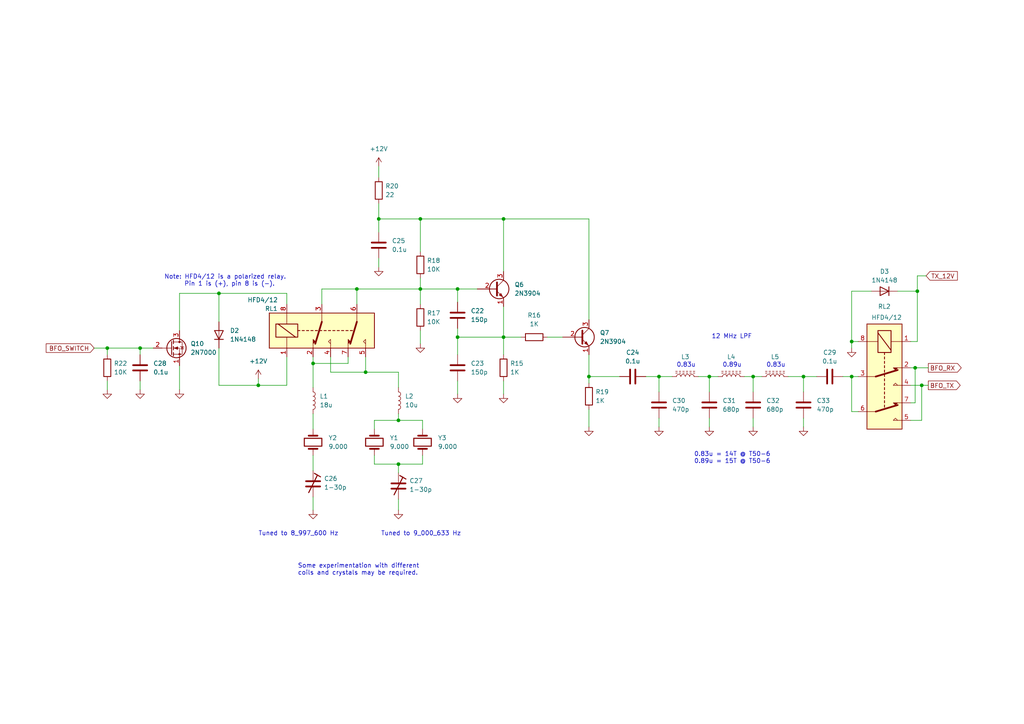
<source format=kicad_sch>
(kicad_sch (version 20230121) (generator eeschema)
  (paper "A4")
  (lib_symbols
    (symbol "Device:C" (pin_numbers hide) (pin_names (offset 0.254))
      (property "Reference" "C" (at 0.635 2.54 0))
      (property "Value" "C" (at 0.635 -2.54 0))
      (symbol "C_0_1"
        (polyline (pts (xy -2.032 -0.762) (xy 2.032 -0.762)) (stroke (width 0.508)))
        (polyline (pts (xy -2.032 0.762) (xy 2.032 0.762)) (stroke (width 0.508)))
      )
      (symbol "C_1_1"
        (pin passive line (at 0 3.81 270) (length 2.794) (name "~") (number "1"))
        (pin passive line (at 0 -3.81 90) (length 2.794) (name "~") (number "2"))
      )
    )
    (symbol "Device:C_Trim" (pin_numbers hide) (pin_names (offset 0.254) hide)
      (property "Reference" "C" (at 1.524 -2.032 0))
      (property "Value" "C_Trim" (at 3.048 -3.556 0))
      (symbol "C_Trim_0_1"
        (polyline (pts (xy -2.032 -0.762) (xy 2.032 -0.762)) (stroke (width 0.508)))
        (polyline (pts (xy -2.032 0.762) (xy 2.032 0.762)) (stroke (width 0.508)))
        (polyline (pts (xy 1.27 2.54) (xy -1.27 -2.54)) (stroke (width 0.3048)))
        (polyline (pts (xy 1.27 2.54) (xy 0.381 3.048)) (stroke (width 0.3048)))
        (polyline (pts (xy 1.27 2.54) (xy 2.159 2.032)) (stroke (width 0.3048)))
      )
      (symbol "C_Trim_1_1"
        (pin passive line (at 0 3.81 270) (length 3.048) (name "~") (number "1"))
        (pin passive line (at 0 -3.81 90) (length 3.048) (name "~") (number "2"))
      )
    )
    (symbol "Device:Crystal" (pin_numbers hide) (pin_names (offset 1.016) hide)
      (property "Reference" "Y" (at 0 3.81 0))
      (property "Value" "Crystal" (at 0 -3.81 0))
      (symbol "Crystal_0_1"
        (rectangle (start -1.143 2.54) (end 1.143 -2.54) (stroke (width 0.3048)))
        (polyline (pts (xy -2.54 0) (xy -1.905 0)))
        (polyline (pts (xy -1.905 -1.27) (xy -1.905 1.27)) (stroke (width 0.508)))
        (polyline (pts (xy 1.905 -1.27) (xy 1.905 1.27)) (stroke (width 0.508)))
        (polyline (pts (xy 2.54 0) (xy 1.905 0)))
      )
      (symbol "Crystal_1_1"
        (pin passive line (at -3.81 0 0) (length 1.27) (name "1") (number "1"))
        (pin passive line (at 3.81 0 180) (length 1.27) (name "2") (number "2"))
      )
    )
    (symbol "Device:L" (pin_numbers hide) (pin_names (offset 1.016) hide)
      (property "Reference" "L" (at -1.27 0 90))
      (property "Value" "L" (at 1.905 0 90))
      (symbol "L_0_1"
        (arc (start 0 -2.54) (mid 0.6323 -1.905) (end 0 -1.27))
        (arc (start 0 -1.27) (mid 0.6323 -0.635) (end 0 0))
        (arc (start 0 0) (mid 0.6323 0.635) (end 0 1.27))
        (arc (start 0 1.27) (mid 0.6323 1.905) (end 0 2.54))
      )
      (symbol "L_1_1"
        (pin passive line (at 0 3.81 270) (length 1.27) (name "1") (number "1"))
        (pin passive line (at 0 -3.81 90) (length 1.27) (name "2") (number "2"))
      )
    )
    (symbol "Device:L_Ferrite" (pin_numbers hide) (pin_names (offset 1.016) hide)
      (property "Reference" "L" (at -1.27 0 90))
      (property "Value" "L_Ferrite" (at 2.794 0 90))
      (symbol "L_Ferrite_0_1"
        (arc (start 0 -2.54) (mid 0.6323 -1.905) (end 0 -1.27))
        (arc (start 0 -1.27) (mid 0.6323 -0.635) (end 0 0))
        (polyline (pts (xy 1.016 -2.794) (xy 1.016 -2.286)))
        (polyline (pts (xy 1.016 -1.778) (xy 1.016 -1.27)))
        (polyline (pts (xy 1.016 -0.762) (xy 1.016 -0.254)))
        (polyline (pts (xy 1.016 0.254) (xy 1.016 0.762)))
        (polyline (pts (xy 1.016 1.27) (xy 1.016 1.778)))
        (polyline (pts (xy 1.016 2.286) (xy 1.016 2.794)))
        (polyline (pts (xy 1.524 -2.286) (xy 1.524 -2.794)))
        (polyline (pts (xy 1.524 -1.27) (xy 1.524 -1.778)))
        (polyline (pts (xy 1.524 -0.254) (xy 1.524 -0.762)))
        (polyline (pts (xy 1.524 0.762) (xy 1.524 0.254)))
        (polyline (pts (xy 1.524 1.778) (xy 1.524 1.27)))
        (polyline (pts (xy 1.524 2.794) (xy 1.524 2.286)))
        (arc (start 0 0) (mid 0.6323 0.635) (end 0 1.27))
        (arc (start 0 1.27) (mid 0.6323 1.905) (end 0 2.54))
      )
      (symbol "L_Ferrite_1_1"
        (pin passive line (at 0 3.81 270) (length 1.27) (name "1") (number "1"))
        (pin passive line (at 0 -3.81 90) (length 1.27) (name "2") (number "2"))
      )
    )
    (symbol "Device:R" (pin_numbers hide) (pin_names (offset 0))
      (property "Reference" "R" (at 2.032 0 90))
      (property "Value" "R" (at 0 0 90))
      (symbol "R_0_1"
        (rectangle (start -1.016 -2.54) (end 1.016 2.54) (stroke (width 0.254)))
      )
      (symbol "R_1_1"
        (pin passive line (at 0 3.81 270) (length 1.27) (name "~") (number "1"))
        (pin passive line (at 0 -3.81 90) (length 1.27) (name "~") (number "2"))
      )
    )
    (symbol "Diode:1N4148" (pin_numbers hide) (pin_names hide)
      (property "Reference" "D" (at 0 2.54 0))
      (property "Value" "1N4148" (at 0 -2.54 0))
      (symbol "1N4148_0_1"
        (polyline (pts (xy -1.27 1.27) (xy -1.27 -1.27)) (stroke (width 0.254)))
        (polyline (pts (xy 1.27 0) (xy -1.27 0)))
        (polyline (pts (xy 1.27 1.27) (xy 1.27 -1.27) (xy -1.27 0) (xy 1.27 1.27)) (stroke (width 0.254)))
      )
      (symbol "1N4148_1_1"
        (pin passive line (at -3.81 0 0) (length 2.54) (name "K") (number "1"))
        (pin passive line (at 3.81 0 180) (length 2.54) (name "A") (number "2"))
      )
    )
    (symbol "Relay:G2RL-2-ASI-DC5"
      (property "Reference" "RL" (at 16.51 3.81 0))
      (property "Value" "G2RL-2-ASI-DC5" (at 16.51 1.27 0))
      (symbol "G2RL-2-ASI-DC5_0_1"
        (rectangle (start -15.24 5.08) (end 15.24 -5.08) (stroke (width 0.254)) (fill (type background)))
        (rectangle (start -13.335 1.905) (end -6.985 -1.905) (stroke (width 0.254)))
        (polyline (pts (xy -12.7 -1.905) (xy -7.62 1.905)) (stroke (width 0.254)))
        (polyline (pts (xy -10.16 -5.08) (xy -10.16 -1.905)))
        (polyline (pts (xy -10.16 5.08) (xy -10.16 1.905)))
        (polyline (pts (xy -6.985 0) (xy -6.35 0)) (stroke (width 0.254)))
        (polyline (pts (xy -5.715 0) (xy -5.08 0)) (stroke (width 0.254)))
        (polyline (pts (xy -4.445 0) (xy -3.81 0)) (stroke (width 0.254)))
        (polyline (pts (xy -3.175 0) (xy -2.54 0)) (stroke (width 0.254)))
        (polyline (pts (xy -1.905 0) (xy -1.27 0)) (stroke (width 0.254)))
        (polyline (pts (xy -0.635 0) (xy 0 0)) (stroke (width 0.254)))
        (polyline (pts (xy 0 -2.54) (xy -1.905 3.81)) (stroke (width 0.508)))
        (polyline (pts (xy 0 -2.54) (xy 0 -5.08)))
        (polyline (pts (xy 0.635 0) (xy 1.27 0)) (stroke (width 0.254)))
        (polyline (pts (xy 1.905 0) (xy 2.54 0)) (stroke (width 0.254)))
        (polyline (pts (xy 3.175 0) (xy 3.81 0)) (stroke (width 0.254)))
        (polyline (pts (xy 4.445 0) (xy 5.08 0)) (stroke (width 0.254)))
        (polyline (pts (xy 5.715 0) (xy 6.35 0)) (stroke (width 0.254)))
        (polyline (pts (xy 6.985 0) (xy 7.62 0)) (stroke (width 0.254)))
        (polyline (pts (xy 8.255 0) (xy 8.89 0)) (stroke (width 0.254)))
        (polyline (pts (xy 10.16 -2.54) (xy 8.255 3.81)) (stroke (width 0.508)))
        (polyline (pts (xy 10.16 -2.54) (xy 10.16 -5.08)))
        (polyline (pts (xy -2.54 5.08) (xy -2.54 2.54) (xy -1.905 3.175) (xy -2.54 3.81)) (fill (type outline)))
        (polyline (pts (xy 2.54 5.08) (xy 2.54 2.54) (xy 1.905 3.175) (xy 2.54 3.81)))
        (polyline (pts (xy 7.62 5.08) (xy 7.62 2.54) (xy 8.255 3.175) (xy 7.62 3.81)) (fill (type outline)))
        (polyline (pts (xy 12.7 5.08) (xy 12.7 2.54) (xy 12.065 3.175) (xy 12.7 3.81)))
      )
      (symbol "G2RL-2-ASI-DC5_1_1"
        (pin passive line (at -10.16 7.62 270) (length 2.54) (name "~") (number "1"))
        (pin passive line (at -2.54 7.62 270) (length 2.54) (name "~") (number "2"))
        (pin passive line (at 0 -7.62 90) (length 2.54) (name "~") (number "3"))
        (pin passive line (at 2.54 7.62 270) (length 2.54) (name "~") (number "4"))
        (pin passive line (at 12.7 7.62 270) (length 2.54) (name "~") (number "5"))
        (pin passive line (at 10.16 -7.62 90) (length 2.54) (name "~") (number "6"))
        (pin passive line (at 7.62 7.62 270) (length 2.54) (name "~") (number "7"))
        (pin passive line (at -10.16 -7.62 90) (length 2.54) (name "~") (number "8"))
      )
    )
    (symbol "Transistor_BJT:2N3904" (pin_names (offset 0) hide)
      (property "Reference" "Q" (at 5.08 1.905 0))
      (property "Value" "2N3904" (at 5.08 0 0))
      (symbol "2N3904_0_1"
        (polyline (pts (xy 0.635 0.635) (xy 2.54 2.54)))
        (polyline (pts (xy 0.635 -0.635) (xy 2.54 -2.54) (xy 2.54 -2.54)))
        (polyline (pts (xy 0.635 1.905) (xy 0.635 -1.905) (xy 0.635 -1.905)) (stroke (width 0.508)))
        (polyline (pts (xy 1.27 -1.778) (xy 1.778 -1.27) (xy 2.286 -2.286) (xy 1.27 -1.778) (xy 1.27 -1.778)) (fill (type outline)))
        (circle (center 1.27 0) (radius 2.8194) (stroke (width 0.254)))
      )
      (symbol "2N3904_1_1"
        (pin passive line (at 2.54 -5.08 90) (length 2.54) (name "E") (number "1"))
        (pin passive line (at -5.08 0 0) (length 5.715) (name "B") (number "2"))
        (pin passive line (at 2.54 5.08 270) (length 2.54) (name "C") (number "3"))
      )
    )
    (symbol "Transistor_FET:2N7000" (pin_names hide)
      (property "Reference" "Q" (at 5.08 1.905 0))
      (property "Value" "2N7000" (at 5.08 0 0))
      (symbol "2N7000_0_1"
        (polyline (pts (xy 0.254 0) (xy -2.54 0)))
        (polyline (pts (xy 0.254 1.905) (xy 0.254 -1.905)) (stroke (width 0.254)))
        (polyline (pts (xy 0.762 -1.27) (xy 0.762 -2.286)) (stroke (width 0.254)))
        (polyline (pts (xy 0.762 0.508) (xy 0.762 -0.508)) (stroke (width 0.254)))
        (polyline (pts (xy 0.762 2.286) (xy 0.762 1.27)) (stroke (width 0.254)))
        (polyline (pts (xy 2.54 2.54) (xy 2.54 1.778)))
        (polyline (pts (xy 2.54 -2.54) (xy 2.54 0) (xy 0.762 0)))
        (polyline (pts (xy 0.762 -1.778) (xy 3.302 -1.778) (xy 3.302 1.778) (xy 0.762 1.778)))
        (polyline (pts (xy 1.016 0) (xy 2.032 0.381) (xy 2.032 -0.381) (xy 1.016 0)) (fill (type outline)))
        (polyline (pts (xy 2.794 0.508) (xy 2.921 0.381) (xy 3.683 0.381) (xy 3.81 0.254)))
        (polyline (pts (xy 3.302 0.381) (xy 2.921 -0.254) (xy 3.683 -0.254) (xy 3.302 0.381)))
        (circle (center 1.651 0) (radius 2.794) (stroke (width 0.254)))
        (circle (center 2.54 -1.778) (radius 0.254) (fill (type outline)))
        (circle (center 2.54 1.778) (radius 0.254) (fill (type outline)))
      )
      (symbol "2N7000_1_1"
        (pin passive line (at 2.54 -5.08 90) (length 2.54) (name "S") (number "1"))
        (pin input line (at -5.08 0 0) (length 2.54) (name "G") (number "2"))
        (pin passive line (at 2.54 5.08 270) (length 2.54) (name "D") (number "3"))
      )
    )
    (symbol "power:+12V" (power) (pin_names (offset 0))
      (property "Value" "+12V" (at 0 3.556 0))
      (symbol "+12V_0_1"
        (polyline (pts (xy -0.762 1.27) (xy 0 2.54)))
        (polyline (pts (xy 0 0) (xy 0 2.54)))
        (polyline (pts (xy 0 2.54) (xy 0.762 1.27)))
      )
      (symbol "+12V_1_1"
        (pin power_in line (at 0 0 90) (length 0) hide (name "+12V") (number "1"))
      )
    )
    (symbol "power:GND" (power) (pin_names (offset 0))
      (property "Value" "GND" (at 0 -3.81 0))
      (symbol "GND_0_1"
        (polyline (pts (xy 0 0) (xy 0 -1.27) (xy 1.27 -1.27) (xy 0 -2.54) (xy -1.27 -1.27) (xy 0 -1.27)))
      )
      (symbol "GND_1_1"
        (pin power_in line (at 0 0 270) (length 0) hide (name "GND") (number "1"))
      )
    )
  )
  (junction (at 265.43 106.68))
  (junction (at 106.045 107.95))
  (junction (at 132.715 97.79))
  (junction (at 132.715 83.82))
  (junction (at 115.57 134.62))
  (junction (at 170.815 109.22))
  (junction (at 247.015 109.22))
  (junction (at 63.5 85.09))
  (junction (at 103.505 83.82))
  (junction (at 233.045 109.22))
  (junction (at 90.805 105.41))
  (junction (at 247.015 99.06))
  (junction (at 109.855 63.5))
  (junction (at 191.135 109.22))
  (junction (at 146.05 63.5))
  (junction (at 40.64 100.965))
  (junction (at 31.115 100.965))
  (junction (at 266.065 84.455))
  (junction (at 205.74 109.22))
  (junction (at 115.57 121.92))
  (junction (at 146.05 97.79))
  (junction (at 121.92 63.5))
  (junction (at 121.92 83.82))
  (junction (at 74.93 111.76))
  (junction (at 218.44 109.22))
  (junction (at 267.335 111.76))
  (wire (pts (xy 121.92 63.5) (xy 121.92 73.025)))
  (wire (pts (xy 40.64 110.49) (xy 40.64 113.03)))
  (wire (pts (xy 187.325 109.22) (xy 191.135 109.22)))
  (wire (pts (xy 205.74 109.22) (xy 208.28 109.22)))
  (wire (pts (xy 93.345 83.82) (xy 103.505 83.82)))
  (wire (pts (xy 100.965 105.41) (xy 100.965 103.505)))
  (wire (pts (xy 191.135 121.285) (xy 191.135 123.825)))
  (wire (pts (xy 228.6 109.22) (xy 233.045 109.22)))
  (wire (pts (xy 247.015 100.965) (xy 247.015 99.06)))
  (wire (pts (xy 247.015 99.06) (xy 247.015 84.455)))
  (wire (pts (xy 109.855 63.5) (xy 109.855 67.31)))
  (wire (pts (xy 170.815 63.5) (xy 146.05 63.5)))
  (wire (pts (xy 103.505 83.82) (xy 103.505 88.265)))
  (wire (pts (xy 115.57 144.78) (xy 115.57 147.955)))
  (wire (pts (xy 264.16 106.68) (xy 265.43 106.68)))
  (wire (pts (xy 132.715 83.82) (xy 132.715 87.63)))
  (wire (pts (xy 266.065 99.06) (xy 266.065 84.455)))
  (wire (pts (xy 264.16 99.06) (xy 266.065 99.06)))
  (wire (pts (xy 146.05 63.5) (xy 146.05 78.74)))
  (wire (pts (xy 247.015 109.22) (xy 248.92 109.22)))
  (wire (pts (xy 218.44 109.22) (xy 220.98 109.22)))
  (wire (pts (xy 109.855 74.93) (xy 109.855 77.47)))
  (wire (pts (xy 83.185 85.09) (xy 83.185 88.265)))
  (wire (pts (xy 205.74 109.22) (xy 205.74 113.665)))
  (wire (pts (xy 31.115 110.49) (xy 31.115 113.03)))
  (wire (pts (xy 90.805 105.41) (xy 100.965 105.41)))
  (wire (pts (xy 52.07 85.09) (xy 63.5 85.09)))
  (wire (pts (xy 31.115 100.965) (xy 40.64 100.965)))
  (wire (pts (xy 247.015 99.06) (xy 248.92 99.06)))
  (wire (pts (xy 158.75 97.79) (xy 163.195 97.79)))
  (wire (pts (xy 205.74 121.285) (xy 205.74 123.825)))
  (wire (pts (xy 267.335 121.92) (xy 267.335 111.76)))
  (wire (pts (xy 267.335 111.76) (xy 269.24 111.76)))
  (wire (pts (xy 121.92 63.5) (xy 146.05 63.5)))
  (wire (pts (xy 122.555 134.62) (xy 122.555 132.08)))
  (wire (pts (xy 233.045 121.285) (xy 233.045 123.825)))
  (wire (pts (xy 264.16 121.92) (xy 267.335 121.92)))
  (wire (pts (xy 109.855 59.055) (xy 109.855 63.5)))
  (wire (pts (xy 266.065 80.01) (xy 268.605 80.01)))
  (wire (pts (xy 248.92 119.38) (xy 247.015 119.38)))
  (wire (pts (xy 109.855 63.5) (xy 121.92 63.5)))
  (wire (pts (xy 265.43 106.68) (xy 269.24 106.68)))
  (wire (pts (xy 146.05 97.79) (xy 151.13 97.79)))
  (wire (pts (xy 31.115 100.965) (xy 31.115 102.87)))
  (wire (pts (xy 170.815 109.22) (xy 179.705 109.22)))
  (wire (pts (xy 27.305 100.965) (xy 31.115 100.965)))
  (wire (pts (xy 115.57 121.92) (xy 115.57 120.015)))
  (wire (pts (xy 74.93 111.76) (xy 83.185 111.76)))
  (wire (pts (xy 233.045 109.22) (xy 233.045 113.665)))
  (wire (pts (xy 218.44 109.22) (xy 218.44 113.665)))
  (wire (pts (xy 132.715 97.79) (xy 146.05 97.79)))
  (wire (pts (xy 266.065 84.455) (xy 266.065 80.01)))
  (wire (pts (xy 191.135 109.22) (xy 191.135 113.665)))
  (wire (pts (xy 244.475 109.22) (xy 247.015 109.22)))
  (wire (pts (xy 170.815 63.5) (xy 170.815 92.71)))
  (wire (pts (xy 115.57 107.95) (xy 115.57 112.395)))
  (wire (pts (xy 121.92 83.82) (xy 121.92 80.645)))
  (wire (pts (xy 121.92 95.885) (xy 121.92 99.695)))
  (wire (pts (xy 108.585 124.46) (xy 108.585 121.92)))
  (wire (pts (xy 90.805 105.41) (xy 90.805 112.395)))
  (wire (pts (xy 90.805 132.08) (xy 90.805 136.525)))
  (wire (pts (xy 132.715 110.49) (xy 132.715 114.3)))
  (wire (pts (xy 266.065 84.455) (xy 260.35 84.455)))
  (wire (pts (xy 138.43 83.82) (xy 132.715 83.82)))
  (wire (pts (xy 109.855 48.26) (xy 109.855 51.435)))
  (wire (pts (xy 132.715 95.25) (xy 132.715 97.79)))
  (wire (pts (xy 108.585 134.62) (xy 115.57 134.62)))
  (wire (pts (xy 115.57 134.62) (xy 115.57 137.16)))
  (wire (pts (xy 63.5 100.965) (xy 63.5 111.76)))
  (wire (pts (xy 52.07 85.09) (xy 52.07 95.885)))
  (wire (pts (xy 247.015 119.38) (xy 247.015 109.22)))
  (wire (pts (xy 95.885 103.505) (xy 95.885 107.95)))
  (wire (pts (xy 63.5 85.09) (xy 83.185 85.09)))
  (wire (pts (xy 52.07 106.045) (xy 52.07 113.03)))
  (wire (pts (xy 90.805 103.505) (xy 90.805 105.41)))
  (wire (pts (xy 170.815 118.745) (xy 170.815 123.825)))
  (wire (pts (xy 93.345 88.265) (xy 93.345 83.82)))
  (wire (pts (xy 122.555 121.92) (xy 122.555 124.46)))
  (wire (pts (xy 108.585 132.08) (xy 108.585 134.62)))
  (wire (pts (xy 265.43 116.84) (xy 265.43 106.68)))
  (wire (pts (xy 264.16 116.84) (xy 265.43 116.84)))
  (wire (pts (xy 191.135 109.22) (xy 194.945 109.22)))
  (wire (pts (xy 63.5 85.09) (xy 63.5 93.345)))
  (wire (pts (xy 63.5 111.76) (xy 74.93 111.76)))
  (wire (pts (xy 218.44 121.285) (xy 218.44 123.825)))
  (wire (pts (xy 233.045 109.22) (xy 236.855 109.22)))
  (wire (pts (xy 40.64 100.965) (xy 40.64 102.87)))
  (wire (pts (xy 115.57 121.92) (xy 122.555 121.92)))
  (wire (pts (xy 95.885 107.95) (xy 106.045 107.95)))
  (wire (pts (xy 215.9 109.22) (xy 218.44 109.22)))
  (wire (pts (xy 170.815 109.22) (xy 170.815 111.125)))
  (wire (pts (xy 115.57 134.62) (xy 122.555 134.62)))
  (wire (pts (xy 106.045 107.95) (xy 115.57 107.95)))
  (wire (pts (xy 146.05 97.79) (xy 146.05 102.87)))
  (wire (pts (xy 74.93 109.855) (xy 74.93 111.76)))
  (wire (pts (xy 103.505 83.82) (xy 121.92 83.82)))
  (wire (pts (xy 90.805 124.46) (xy 90.805 120.015)))
  (wire (pts (xy 264.16 111.76) (xy 267.335 111.76)))
  (wire (pts (xy 108.585 121.92) (xy 115.57 121.92)))
  (wire (pts (xy 247.015 84.455) (xy 252.73 84.455)))
  (wire (pts (xy 90.805 144.145) (xy 90.805 147.955)))
  (wire (pts (xy 40.64 100.965) (xy 44.45 100.965)))
  (wire (pts (xy 121.92 83.82) (xy 121.92 88.265)))
  (wire (pts (xy 146.05 110.49) (xy 146.05 114.3)))
  (wire (pts (xy 170.815 102.87) (xy 170.815 109.22)))
  (wire (pts (xy 83.185 111.76) (xy 83.185 103.505)))
  (wire (pts (xy 106.045 103.505) (xy 106.045 107.95)))
  (wire (pts (xy 202.565 109.22) (xy 205.74 109.22)))
  (wire (pts (xy 132.715 83.82) (xy 121.92 83.82)))
  (wire (pts (xy 132.715 97.79) (xy 132.715 102.87)))
  (wire (pts (xy 146.05 88.9) (xy 146.05 97.79)))
  (text "12 MHz LPF" (at 206.375 98.425 0) (effects (font (size 1.27 1.27)) (justify left bottom)))
  (text "0.83u" (at 222.25 106.68 0) (effects (font (size 1.27 1.27)) (justify left bottom)))
  (text "0.83u" (at 196.215 106.68 0) (effects (font (size 1.27 1.27)) (justify left bottom)))
  (text "0.89u" (at 209.55 106.68 0) (effects (font (size 1.27 1.27)) (justify left bottom)))
  (text "Some experimentation with different\ncoils and crystals may be required." (at 86.36 167.005 0) (effects (font (size 1.27 1.27)) (justify left bottom)))
  (text "Tuned to 9_000_633 Hz" (at 110.49 155.575 0) (effects (font (size 1.27 1.27)) (justify left bottom)))
  (text "0.83u = 14T @ T50-6\n0.89u = 15T @ T50-6" (at 201.295 134.62 0) (effects (font (size 1.27 1.27)) (justify left bottom)))
  (text "Note: HFD4/12 is a polarized relay.\n      Pin 1 is (+), pin 8 is (-)." (at 47.625 83.185 0) (effects (font (size 1.27 1.27)) (justify left bottom)))
  (text "Tuned to 8_997_600 Hz" (at 74.93 155.575 0) (effects (font (size 1.27 1.27)) (justify left bottom)))
  (global_label "BFO_SWITCH" (shape input) (at 27.305 100.965 180) (property "Intersheetrefs" "${INTERSHEET_REFS}" (effects hide)))
  (global_label "BFO_RX" (shape output) (at 269.24 106.68 0) (property "Intersheetrefs" "${INTERSHEET_REFS}" (effects hide)))
  (global_label "BFO_TX" (shape output) (at 269.24 111.76 0) (property "Intersheetrefs" "${INTERSHEET_REFS}" (effects hide)))
  (global_label "TX_12V" (shape input) (at 268.605 80.01 0) (property "Intersheetrefs" "${INTERSHEET_REFS}" (effects hide)))
  (symbol (lib_id "Device:R") (at 109.855 55.245 0) (unit 1)
    (property "Reference" "R20" (at 111.76 53.975 0) (effects (justify left)))
    (property "Value" "22" (at 111.76 56.515 0) (effects (justify left)))
  )
  (symbol (lib_id "Device:C") (at 205.74 117.475 0) (unit 1)
    (property "Reference" "C31" (at 209.55 116.205 0) (effects (justify left)))
    (property "Value" "680p" (at 209.55 118.745 0) (effects (justify left)))
  )
  (symbol (lib_id "power:GND") (at 233.045 123.825 0) (unit 1)
    (property "Reference" "#PWR053" (effects hide))
    (property "Value" "GND" (effects hide))
  )
  (symbol (lib_id "power:+12V") (at 74.93 109.855 0) (unit 1)
    (property "Reference" "#PWR043" (effects hide))
    (property "Value" "+12V" (at 74.93 104.775 0))
  )
  (symbol (lib_id "Device:C") (at 132.715 106.68 0) (unit 1)
    (property "Reference" "C23" (at 136.525 105.41 0) (effects (justify left)))
    (property "Value" "150p" (at 136.525 107.95 0) (effects (justify left)))
  )
  (symbol (lib_id "Diode:1N4148") (at 256.54 84.455 180) (unit 1)
    (property "Reference" "D3" (at 256.54 78.74 0))
    (property "Value" "1N4148" (at 256.54 81.28 0))
    (property "Footprint" "Diode_THT:D_DO-35_SOD27_P7.62mm_Horizontal" (effects hide))
    (property "Datasheet" "https://assets.nexperia.com/documents/data-sheet/1N4148_1N4448.pdf" (effects hide))
    (property "Sim.Device" "D" (effects hide))
    (property "Sim.Pins" "1=K 2=A" (effects hide))
  )
  (symbol (lib_id "power:GND") (at 90.805 147.955 0) (unit 1)
    (property "Reference" "#PWR044" (effects hide))
    (property "Value" "GND" (effects hide))
  )
  (symbol (lib_id "Device:C") (at 233.045 117.475 0) (unit 1)
    (property "Reference" "C33" (at 236.855 116.205 0) (effects (justify left)))
    (property "Value" "470p" (at 236.855 118.745 0) (effects (justify left)))
  )
  (symbol (lib_id "power:+12V") (at 109.855 48.26 0) (unit 1)
    (property "Reference" "#PWR049" (effects hide))
    (property "Value" "+12V" (at 109.855 43.18 0))
  )
  (symbol (lib_id "Device:R") (at 31.115 106.68 0) (unit 1)
    (property "Reference" "R22" (at 33.02 105.41 0) (effects (justify left)))
    (property "Value" "10K" (at 33.02 107.95 0) (effects (justify left)))
  )
  (symbol (lib_id "Device:C") (at 109.855 71.12 0) (unit 1)
    (property "Reference" "C25" (at 113.665 69.85 0) (effects (justify left)))
    (property "Value" "0.1u" (at 113.665 72.39 0) (effects (justify left)))
  )
  (symbol (lib_id "power:GND") (at 132.715 114.3 0) (unit 1)
    (property "Reference" "#PWR040" (effects hide))
    (property "Value" "GND" (effects hide))
  )
  (symbol (lib_id "power:GND") (at 52.07 113.03 0) (unit 1)
    (property "Reference" "#PWR046" (effects hide))
    (property "Value" "GND" (effects hide))
  )
  (symbol (lib_id "power:GND") (at 170.815 123.825 0) (unit 1)
    (property "Reference" "#PWR038" (effects hide))
    (property "Value" "GND" (effects hide))
  )
  (symbol (lib_id "Device:Crystal") (at 90.805 128.27 90) (unit 1)
    (property "Reference" "Y2" (at 95.25 127 90) (effects (justify right)))
    (property "Value" "9.000" (at 95.25 129.54 90) (effects (justify right)))
  )
  (symbol (lib_id "Transistor_BJT:2N3904") (at 143.51 83.82 0) (unit 1)
    (property "Reference" "Q6" (at 149.225 82.55 0) (effects (justify left)))
    (property "Value" "2N3904" (at 149.225 85.09 0) (effects (justify left)))
    (property "Footprint" "Package_TO_SOT_THT:TO-92_Inline" (effects hide))
    (property "Datasheet" "https://www.onsemi.com/pub/Collateral/2N3903-D.PDF" (effects hide))
  )
  (symbol (lib_id "Device:C_Trim") (at 115.57 140.97 0) (unit 1)
    (property "Reference" "C27" (at 118.745 139.446 0) (effects (justify left)))
    (property "Value" "1-30p" (at 118.745 141.986 0) (effects (justify left)))
  )
  (symbol (lib_id "power:GND") (at 109.855 77.47 0) (unit 1)
    (property "Reference" "#PWR042" (effects hide))
    (property "Value" "GND" (effects hide))
  )
  (symbol (lib_id "Relay:G2RL-2-ASI-DC5") (at 93.345 95.885 0) (mirror x) (unit 1)
    (property "Reference" "RL1" (at 76.835 89.535 0) (effects (justify left)))
    (property "Value" "HFD4/12" (at 71.755 86.995 0) (effects (justify left)))
    (property "Footprint" "Relay_THT:Relay_DPDT_Omron_G2RL" (effects hide))
    (property "Datasheet" "https://omronfs.omron.com/en_US/ecb/products/pdf/en-g2rl.pdf" (effects hide))
  )
  (symbol (lib_id "Device:C") (at 218.44 117.475 0) (unit 1)
    (property "Reference" "C32" (at 222.25 116.205 0) (effects (justify left)))
    (property "Value" "680p" (at 222.25 118.745 0) (effects (justify left)))
  )
  (symbol (lib_id "Transistor_FET:2N7000") (at 49.53 100.965 0) (unit 1)
    (property "Reference" "Q10" (at 55.245 99.695 0) (effects (justify left)))
    (property "Value" "2N7000" (at 55.245 102.235 0) (effects (justify left)))
    (property "Footprint" "Package_TO_SOT_THT:TO-92_Inline" (effects hide))
    (property "Datasheet" "https://www.vishay.com/docs/70226/70226.pdf" (effects hide))
  )
  (symbol (lib_id "Device:C_Trim") (at 90.805 140.335 0) (unit 1)
    (property "Reference" "C26" (at 93.98 138.811 0) (effects (justify left)))
    (property "Value" "1-30p" (at 93.98 141.351 0) (effects (justify left)))
  )
  (symbol (lib_id "Device:C") (at 240.665 109.22 90) (unit 1)
    (property "Reference" "C29" (at 240.665 102.235 90))
    (property "Value" "0.1u" (at 240.665 104.775 90))
  )
  (symbol (lib_id "Device:R") (at 121.92 92.075 0) (unit 1)
    (property "Reference" "R17" (at 123.825 90.805 0) (effects (justify left)))
    (property "Value" "10K" (at 123.825 93.345 0) (effects (justify left)))
  )
  (symbol (lib_id "Device:R") (at 154.94 97.79 90) (unit 1)
    (property "Reference" "R16" (at 154.94 91.44 90))
    (property "Value" "1K" (at 154.94 93.98 90))
  )
  (symbol (lib_id "power:GND") (at 115.57 147.955 0) (unit 1)
    (property "Reference" "#PWR045" (effects hide))
    (property "Value" "GND" (effects hide))
  )
  (symbol (lib_id "Device:R") (at 146.05 106.68 0) (unit 1)
    (property "Reference" "R15" (at 147.955 105.41 0) (effects (justify left)))
    (property "Value" "1K" (at 147.955 107.95 0) (effects (justify left)))
  )
  (symbol (lib_id "Device:L_Ferrite") (at 198.755 109.22 90) (unit 1)
    (property "Reference" "L3" (at 198.755 103.505 90))
    (property "Value" "T50-6" (effects hide))
  )
  (symbol (lib_id "power:GND") (at 40.64 113.03 0) (unit 1)
    (property "Reference" "#PWR047" (effects hide))
    (property "Value" "GND" (effects hide))
  )
  (symbol (lib_id "Relay:G2RL-2-ASI-DC5") (at 256.54 109.22 270) (unit 1)
    (property "Reference" "RL2" (at 254.635 88.9 90) (effects (justify left)))
    (property "Value" "HFD4/12" (at 252.73 92.075 90) (effects (justify left)))
    (property "Footprint" "Relay_THT:Relay_DPDT_Omron_G2RL" (effects hide))
    (property "Datasheet" "https://omronfs.omron.com/en_US/ecb/products/pdf/en-g2rl.pdf" (effects hide))
  )
  (symbol (lib_id "power:GND") (at 31.115 113.03 0) (unit 1)
    (property "Reference" "#PWR048" (effects hide))
    (property "Value" "GND" (effects hide))
  )
  (symbol (lib_id "power:GND") (at 191.135 123.825 0) (unit 1)
    (property "Reference" "#PWR050" (effects hide))
    (property "Value" "GND" (effects hide))
  )
  (symbol (lib_id "Device:R") (at 121.92 76.835 0) (unit 1)
    (property "Reference" "R18" (at 123.825 75.565 0) (effects (justify left)))
    (property "Value" "10K" (at 123.825 78.105 0) (effects (justify left)))
  )
  (symbol (lib_id "Device:C") (at 191.135 117.475 0) (unit 1)
    (property "Reference" "C30" (at 194.945 116.205 0) (effects (justify left)))
    (property "Value" "470p" (at 194.945 118.745 0) (effects (justify left)))
  )
  (symbol (lib_id "Device:C") (at 132.715 91.44 0) (unit 1)
    (property "Reference" "C22" (at 136.525 90.17 0) (effects (justify left)))
    (property "Value" "150p" (at 136.525 92.71 0) (effects (justify left)))
  )
  (symbol (lib_id "Device:L_Ferrite") (at 224.79 109.22 90) (unit 1)
    (property "Reference" "L5" (at 224.79 103.505 90))
    (property "Value" "T50-6" (effects hide))
  )
  (symbol (lib_id "Device:L_Ferrite") (at 212.09 109.22 90) (unit 1)
    (property "Reference" "L4" (at 212.09 103.505 90))
    (property "Value" "T50-6" (effects hide))
  )
  (symbol (lib_id "Device:Crystal") (at 108.585 128.27 90) (unit 1)
    (property "Reference" "Y1" (at 113.03 127 90) (effects (justify right)))
    (property "Value" "9.000" (at 113.03 129.54 90) (effects (justify right)))
  )
  (symbol (lib_id "Device:L") (at 115.57 116.205 0) (unit 1)
    (property "Reference" "L2" (at 117.475 114.935 0) (effects (justify left)))
    (property "Value" "10u" (at 117.475 117.475 0) (effects (justify left)))
  )
  (symbol (lib_id "Device:R") (at 170.815 114.935 0) (unit 1)
    (property "Reference" "R19" (at 172.72 113.665 0) (effects (justify left)))
    (property "Value" "1K" (at 172.72 116.205 0) (effects (justify left)))
  )
  (symbol (lib_id "Transistor_BJT:2N3904") (at 168.275 97.79 0) (unit 1)
    (property "Reference" "Q7" (at 173.99 96.52 0) (effects (justify left)))
    (property "Value" "2N3904" (at 173.99 99.06 0) (effects (justify left)))
    (property "Footprint" "Package_TO_SOT_THT:TO-92_Inline" (effects hide))
    (property "Datasheet" "https://www.onsemi.com/pub/Collateral/2N3903-D.PDF" (effects hide))
  )
  (symbol (lib_id "Device:C") (at 40.64 106.68 0) (unit 1)
    (property "Reference" "C28" (at 44.45 105.41 0) (effects (justify left)))
    (property "Value" "0.1u" (at 44.45 107.95 0) (effects (justify left)))
  )
  (symbol (lib_id "Device:C") (at 183.515 109.22 90) (unit 1)
    (property "Reference" "C24" (at 183.515 102.235 90))
    (property "Value" "0.1u" (at 183.515 104.775 90))
  )
  (symbol (lib_id "Device:Crystal") (at 122.555 128.27 90) (unit 1)
    (property "Reference" "Y3" (at 127 127 90) (effects (justify right)))
    (property "Value" "9.000" (at 127 129.54 90) (effects (justify right)))
  )
  (symbol (lib_id "power:GND") (at 247.015 100.965 0) (unit 1)
    (property "Reference" "#PWR057" (effects hide))
    (property "Value" "GND" (effects hide))
  )
  (symbol (lib_id "power:GND") (at 218.44 123.825 0) (unit 1)
    (property "Reference" "#PWR052" (effects hide))
    (property "Value" "GND" (effects hide))
  )
  (symbol (lib_id "power:GND") (at 121.92 99.695 0) (unit 1)
    (property "Reference" "#PWR041" (effects hide))
    (property "Value" "GND" (effects hide))
  )
  (symbol (lib_id "Device:L") (at 90.805 116.205 0) (unit 1)
    (property "Reference" "L1" (at 92.71 114.935 0) (effects (justify left)))
    (property "Value" "18u" (at 92.71 117.475 0) (effects (justify left)))
  )
  (symbol (lib_id "Diode:1N4148") (at 63.5 97.155 90) (unit 1)
    (property "Reference" "D2" (at 66.675 95.885 90) (effects (justify right)))
    (property "Value" "1N4148" (at 66.675 98.425 90) (effects (justify right)))
    (property "Footprint" "Diode_THT:D_DO-35_SOD27_P7.62mm_Horizontal" (effects hide))
    (property "Datasheet" "https://assets.nexperia.com/documents/data-sheet/1N4148_1N4448.pdf" (effects hide))
    (property "Sim.Device" "D" (effects hide))
    (property "Sim.Pins" "1=K 2=A" (effects hide))
  )
  (symbol (lib_id "power:GND") (at 146.05 114.3 0) (unit 1)
    (property "Reference" "#PWR039" (effects hide))
    (property "Value" "GND" (effects hide))
  )
  (symbol (lib_id "power:GND") (at 205.74 123.825 0) (unit 1)
    (property "Reference" "#PWR051" (effects hide))
    (property "Value" "GND" (effects hide))
  )
)
</source>
